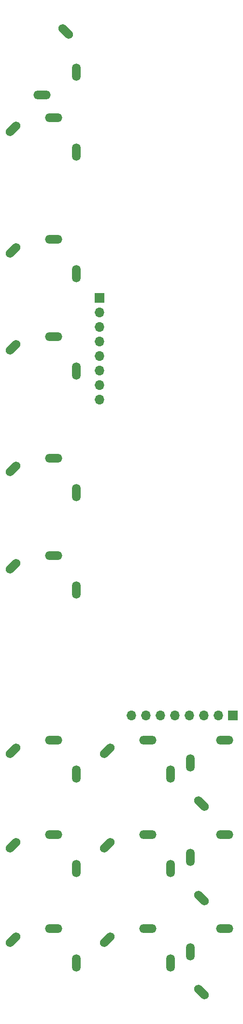
<source format=gbs>
%TF.GenerationSoftware,KiCad,Pcbnew,9.0.0*%
%TF.CreationDate,2025-03-15T22:53:43+01:00*%
%TF.ProjectId,DMH_Multiverter_Mk2_PCB_Conn,444d485f-4d75-46c7-9469-766572746572,1*%
%TF.SameCoordinates,Original*%
%TF.FileFunction,Soldermask,Bot*%
%TF.FilePolarity,Negative*%
%FSLAX46Y46*%
G04 Gerber Fmt 4.6, Leading zero omitted, Abs format (unit mm)*
G04 Created by KiCad (PCBNEW 9.0.0) date 2025-03-15 22:53:43*
%MOMM*%
%LPD*%
G01*
G04 APERTURE LIST*
G04 Aperture macros list*
%AMHorizOval*
0 Thick line with rounded ends*
0 $1 width*
0 $2 $3 position (X,Y) of the first rounded end (center of the circle)*
0 $4 $5 position (X,Y) of the second rounded end (center of the circle)*
0 Add line between two ends*
20,1,$1,$2,$3,$4,$5,0*
0 Add two circle primitives to create the rounded ends*
1,1,$1,$2,$3*
1,1,$1,$4,$5*%
G04 Aperture macros list end*
%ADD10HorizOval,1.508000X-0.533159X-0.533159X0.533159X0.533159X0*%
%ADD11O,1.508000X3.016000*%
%ADD12O,3.016000X1.508000*%
%ADD13HorizOval,1.508000X-0.533159X0.533159X0.533159X-0.533159X0*%
%ADD14R,1.700000X1.700000*%
%ADD15O,1.700000X1.700000*%
G04 APERTURE END LIST*
D10*
%TO.C,J10*%
X53903810Y-187653810D03*
D11*
X65000000Y-191750000D03*
D12*
X61000000Y-185750000D03*
%TD*%
D13*
%TO.C,J9*%
X86903810Y-180346190D03*
D12*
X91000000Y-169250000D03*
D11*
X85000000Y-173250000D03*
%TD*%
D10*
%TO.C,J6*%
X53903810Y-138903810D03*
D11*
X65000000Y-143000000D03*
D12*
X61000000Y-137000000D03*
%TD*%
D14*
%TO.C,J50*%
X69000000Y-92000000D03*
D15*
X69000000Y-94540000D03*
X69000000Y-97080000D03*
X69000000Y-99620000D03*
X69000000Y-102160000D03*
X69000000Y-104700000D03*
X69000000Y-107240000D03*
X69000000Y-109780000D03*
%TD*%
D13*
%TO.C,J1*%
X63096190Y-45403810D03*
D12*
X59000000Y-56500000D03*
D11*
X65000000Y-52500000D03*
%TD*%
D10*
%TO.C,J8*%
X70403810Y-171153810D03*
D11*
X81500000Y-175250000D03*
D12*
X77500000Y-169250000D03*
%TD*%
D10*
%TO.C,J7*%
X53903810Y-171153810D03*
D11*
X65000000Y-175250000D03*
D12*
X61000000Y-169250000D03*
%TD*%
D14*
%TO.C,J60*%
X92375000Y-164975000D03*
D15*
X89835000Y-164975000D03*
X87295000Y-164975000D03*
X84755000Y-164975000D03*
X82215000Y-164975000D03*
X79675000Y-164975000D03*
X77135000Y-164975000D03*
X74595000Y-164975000D03*
%TD*%
D10*
%TO.C,J11*%
X70403810Y-187653810D03*
D11*
X81500000Y-191750000D03*
D12*
X77500000Y-185750000D03*
%TD*%
D10*
%TO.C,J13*%
X53903810Y-204153810D03*
D11*
X65000000Y-208250000D03*
D12*
X61000000Y-202250000D03*
%TD*%
D13*
%TO.C,J15*%
X86903810Y-213346190D03*
D12*
X91000000Y-202250000D03*
D11*
X85000000Y-206250000D03*
%TD*%
D13*
%TO.C,J12*%
X86903810Y-196846190D03*
D12*
X91000000Y-185750000D03*
D11*
X85000000Y-189750000D03*
%TD*%
D10*
%TO.C,J5*%
X53903810Y-121903810D03*
D11*
X65000000Y-126000000D03*
D12*
X61000000Y-120000000D03*
%TD*%
D10*
%TO.C,J3*%
X53903810Y-83653810D03*
D11*
X65000000Y-87750000D03*
D12*
X61000000Y-81750000D03*
%TD*%
D10*
%TO.C,J4*%
X53903810Y-100653810D03*
D11*
X65000000Y-104750000D03*
D12*
X61000000Y-98750000D03*
%TD*%
D10*
%TO.C,J2*%
X53903810Y-62403810D03*
D11*
X65000000Y-66500000D03*
D12*
X61000000Y-60500000D03*
%TD*%
D10*
%TO.C,J14*%
X70403810Y-204153810D03*
D11*
X81500000Y-208250000D03*
D12*
X77500000Y-202250000D03*
%TD*%
M02*

</source>
